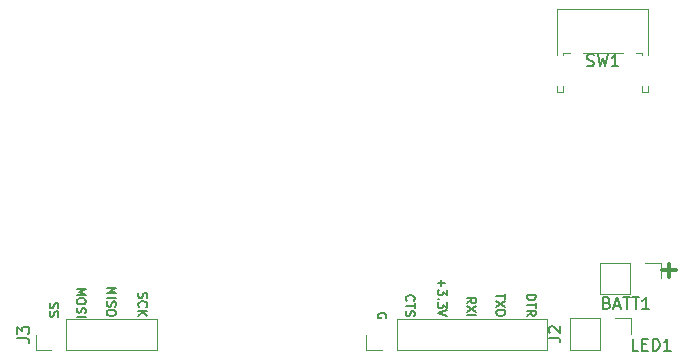
<source format=gbr>
G04 #@! TF.GenerationSoftware,KiCad,Pcbnew,(5.0.1)-4*
G04 #@! TF.CreationDate,2019-08-04T22:45:03+01:00*
G04 #@! TF.ProjectId,Bell-Boy,42656C6C2D426F792E6B696361645F70,rev?*
G04 #@! TF.SameCoordinates,Original*
G04 #@! TF.FileFunction,Legend,Top*
G04 #@! TF.FilePolarity,Positive*
%FSLAX46Y46*%
G04 Gerber Fmt 4.6, Leading zero omitted, Abs format (unit mm)*
G04 Created by KiCad (PCBNEW (5.0.1)-4) date 04/08/2019 22:45:03*
%MOMM*%
%LPD*%
G01*
G04 APERTURE LIST*
%ADD10C,0.187500*%
%ADD11C,0.300000*%
%ADD12C,0.120000*%
%ADD13C,0.150000*%
G04 APERTURE END LIST*
D10*
X65196428Y-74535714D02*
X65160714Y-74642857D01*
X65160714Y-74821428D01*
X65196428Y-74892857D01*
X65232142Y-74928571D01*
X65303571Y-74964285D01*
X65375000Y-74964285D01*
X65446428Y-74928571D01*
X65482142Y-74892857D01*
X65517857Y-74821428D01*
X65553571Y-74678571D01*
X65589285Y-74607142D01*
X65625000Y-74571428D01*
X65696428Y-74535714D01*
X65767857Y-74535714D01*
X65839285Y-74571428D01*
X65875000Y-74607142D01*
X65910714Y-74678571D01*
X65910714Y-74857142D01*
X65875000Y-74964285D01*
X65232142Y-75714285D02*
X65196428Y-75678571D01*
X65160714Y-75571428D01*
X65160714Y-75500000D01*
X65196428Y-75392857D01*
X65267857Y-75321428D01*
X65339285Y-75285714D01*
X65482142Y-75250000D01*
X65589285Y-75250000D01*
X65732142Y-75285714D01*
X65803571Y-75321428D01*
X65875000Y-75392857D01*
X65910714Y-75500000D01*
X65910714Y-75571428D01*
X65875000Y-75678571D01*
X65839285Y-75714285D01*
X65160714Y-76035714D02*
X65910714Y-76035714D01*
X65160714Y-76464285D02*
X65589285Y-76142857D01*
X65910714Y-76464285D02*
X65482142Y-76035714D01*
X62510714Y-74071428D02*
X63260714Y-74071428D01*
X62725000Y-74321428D01*
X63260714Y-74571428D01*
X62510714Y-74571428D01*
X62510714Y-74928571D02*
X63260714Y-74928571D01*
X62546428Y-75250000D02*
X62510714Y-75357142D01*
X62510714Y-75535714D01*
X62546428Y-75607142D01*
X62582142Y-75642857D01*
X62653571Y-75678571D01*
X62725000Y-75678571D01*
X62796428Y-75642857D01*
X62832142Y-75607142D01*
X62867857Y-75535714D01*
X62903571Y-75392857D01*
X62939285Y-75321428D01*
X62975000Y-75285714D01*
X63046428Y-75250000D01*
X63117857Y-75250000D01*
X63189285Y-75285714D01*
X63225000Y-75321428D01*
X63260714Y-75392857D01*
X63260714Y-75571428D01*
X63225000Y-75678571D01*
X63260714Y-76142857D02*
X63260714Y-76285714D01*
X63225000Y-76357142D01*
X63153571Y-76428571D01*
X63010714Y-76464285D01*
X62760714Y-76464285D01*
X62617857Y-76428571D01*
X62546428Y-76357142D01*
X62510714Y-76285714D01*
X62510714Y-76142857D01*
X62546428Y-76071428D01*
X62617857Y-76000000D01*
X62760714Y-75964285D01*
X63010714Y-75964285D01*
X63153571Y-76000000D01*
X63225000Y-76071428D01*
X63260714Y-76142857D01*
X59960714Y-74171428D02*
X60710714Y-74171428D01*
X60175000Y-74421428D01*
X60710714Y-74671428D01*
X59960714Y-74671428D01*
X60710714Y-75171428D02*
X60710714Y-75314285D01*
X60675000Y-75385714D01*
X60603571Y-75457142D01*
X60460714Y-75492857D01*
X60210714Y-75492857D01*
X60067857Y-75457142D01*
X59996428Y-75385714D01*
X59960714Y-75314285D01*
X59960714Y-75171428D01*
X59996428Y-75100000D01*
X60067857Y-75028571D01*
X60210714Y-74992857D01*
X60460714Y-74992857D01*
X60603571Y-75028571D01*
X60675000Y-75100000D01*
X60710714Y-75171428D01*
X59996428Y-75778571D02*
X59960714Y-75885714D01*
X59960714Y-76064285D01*
X59996428Y-76135714D01*
X60032142Y-76171428D01*
X60103571Y-76207142D01*
X60175000Y-76207142D01*
X60246428Y-76171428D01*
X60282142Y-76135714D01*
X60317857Y-76064285D01*
X60353571Y-75921428D01*
X60389285Y-75850000D01*
X60425000Y-75814285D01*
X60496428Y-75778571D01*
X60567857Y-75778571D01*
X60639285Y-75814285D01*
X60675000Y-75850000D01*
X60710714Y-75921428D01*
X60710714Y-76100000D01*
X60675000Y-76207142D01*
X59960714Y-76528571D02*
X60710714Y-76528571D01*
X58353571Y-76521428D02*
X58389285Y-76414285D01*
X58389285Y-76235714D01*
X58353571Y-76164285D01*
X58317857Y-76128571D01*
X58246428Y-76092857D01*
X58175000Y-76092857D01*
X58103571Y-76128571D01*
X58067857Y-76164285D01*
X58032142Y-76235714D01*
X57996428Y-76378571D01*
X57960714Y-76450000D01*
X57925000Y-76485714D01*
X57853571Y-76521428D01*
X57782142Y-76521428D01*
X57710714Y-76485714D01*
X57675000Y-76450000D01*
X57639285Y-76378571D01*
X57639285Y-76200000D01*
X57675000Y-76092857D01*
X58353571Y-75807142D02*
X58389285Y-75700000D01*
X58389285Y-75521428D01*
X58353571Y-75450000D01*
X58317857Y-75414285D01*
X58246428Y-75378571D01*
X58175000Y-75378571D01*
X58103571Y-75414285D01*
X58067857Y-75450000D01*
X58032142Y-75521428D01*
X57996428Y-75664285D01*
X57960714Y-75735714D01*
X57925000Y-75771428D01*
X57853571Y-75807142D01*
X57782142Y-75807142D01*
X57710714Y-75771428D01*
X57675000Y-75735714D01*
X57639285Y-75664285D01*
X57639285Y-75485714D01*
X57675000Y-75378571D01*
X98060714Y-74692857D02*
X98810714Y-74692857D01*
X98810714Y-74871428D01*
X98775000Y-74978571D01*
X98703571Y-75050000D01*
X98632142Y-75085714D01*
X98489285Y-75121428D01*
X98382142Y-75121428D01*
X98239285Y-75085714D01*
X98167857Y-75050000D01*
X98096428Y-74978571D01*
X98060714Y-74871428D01*
X98060714Y-74692857D01*
X98810714Y-75335714D02*
X98810714Y-75764285D01*
X98060714Y-75550000D02*
X98810714Y-75550000D01*
X98060714Y-76442857D02*
X98417857Y-76192857D01*
X98060714Y-76014285D02*
X98810714Y-76014285D01*
X98810714Y-76300000D01*
X98775000Y-76371428D01*
X98739285Y-76407142D01*
X98667857Y-76442857D01*
X98560714Y-76442857D01*
X98489285Y-76407142D01*
X98453571Y-76371428D01*
X98417857Y-76300000D01*
X98417857Y-76014285D01*
X96210714Y-74585714D02*
X96210714Y-75014285D01*
X95460714Y-74800000D02*
X96210714Y-74800000D01*
X96210714Y-75192857D02*
X95460714Y-75692857D01*
X96210714Y-75692857D02*
X95460714Y-75192857D01*
X96210714Y-76121428D02*
X96210714Y-76264285D01*
X96175000Y-76335714D01*
X96103571Y-76407142D01*
X95960714Y-76442857D01*
X95710714Y-76442857D01*
X95567857Y-76407142D01*
X95496428Y-76335714D01*
X95460714Y-76264285D01*
X95460714Y-76121428D01*
X95496428Y-76050000D01*
X95567857Y-75978571D01*
X95710714Y-75942857D01*
X95960714Y-75942857D01*
X96103571Y-75978571D01*
X96175000Y-76050000D01*
X96210714Y-76121428D01*
X92960714Y-75396428D02*
X93317857Y-75146428D01*
X92960714Y-74967857D02*
X93710714Y-74967857D01*
X93710714Y-75253571D01*
X93675000Y-75325000D01*
X93639285Y-75360714D01*
X93567857Y-75396428D01*
X93460714Y-75396428D01*
X93389285Y-75360714D01*
X93353571Y-75325000D01*
X93317857Y-75253571D01*
X93317857Y-74967857D01*
X93710714Y-75646428D02*
X92960714Y-76146428D01*
X93710714Y-76146428D02*
X92960714Y-75646428D01*
X92960714Y-76432142D02*
X93710714Y-76432142D01*
X90796428Y-73400000D02*
X90796428Y-73971428D01*
X90510714Y-73685714D02*
X91082142Y-73685714D01*
X91260714Y-74257142D02*
X91260714Y-74721428D01*
X90975000Y-74471428D01*
X90975000Y-74578571D01*
X90939285Y-74650000D01*
X90903571Y-74685714D01*
X90832142Y-74721428D01*
X90653571Y-74721428D01*
X90582142Y-74685714D01*
X90546428Y-74650000D01*
X90510714Y-74578571D01*
X90510714Y-74364285D01*
X90546428Y-74292857D01*
X90582142Y-74257142D01*
X90582142Y-75042857D02*
X90546428Y-75078571D01*
X90510714Y-75042857D01*
X90546428Y-75007142D01*
X90582142Y-75042857D01*
X90510714Y-75042857D01*
X91260714Y-75328571D02*
X91260714Y-75792857D01*
X90975000Y-75542857D01*
X90975000Y-75650000D01*
X90939285Y-75721428D01*
X90903571Y-75757142D01*
X90832142Y-75792857D01*
X90653571Y-75792857D01*
X90582142Y-75757142D01*
X90546428Y-75721428D01*
X90510714Y-75650000D01*
X90510714Y-75435714D01*
X90546428Y-75364285D01*
X90582142Y-75328571D01*
X91260714Y-76007142D02*
X90510714Y-76257142D01*
X91260714Y-76507142D01*
X87882142Y-75189285D02*
X87846428Y-75153571D01*
X87810714Y-75046428D01*
X87810714Y-74975000D01*
X87846428Y-74867857D01*
X87917857Y-74796428D01*
X87989285Y-74760714D01*
X88132142Y-74725000D01*
X88239285Y-74725000D01*
X88382142Y-74760714D01*
X88453571Y-74796428D01*
X88525000Y-74867857D01*
X88560714Y-74975000D01*
X88560714Y-75046428D01*
X88525000Y-75153571D01*
X88489285Y-75189285D01*
X88560714Y-75403571D02*
X88560714Y-75832142D01*
X87810714Y-75617857D02*
X88560714Y-75617857D01*
X87846428Y-76046428D02*
X87810714Y-76153571D01*
X87810714Y-76332142D01*
X87846428Y-76403571D01*
X87882142Y-76439285D01*
X87953571Y-76475000D01*
X88025000Y-76475000D01*
X88096428Y-76439285D01*
X88132142Y-76403571D01*
X88167857Y-76332142D01*
X88203571Y-76189285D01*
X88239285Y-76117857D01*
X88275000Y-76082142D01*
X88346428Y-76046428D01*
X88417857Y-76046428D01*
X88489285Y-76082142D01*
X88525000Y-76117857D01*
X88560714Y-76189285D01*
X88560714Y-76367857D01*
X88525000Y-76475000D01*
X86125000Y-76646428D02*
X86160714Y-76575000D01*
X86160714Y-76467857D01*
X86125000Y-76360714D01*
X86053571Y-76289285D01*
X85982142Y-76253571D01*
X85839285Y-76217857D01*
X85732142Y-76217857D01*
X85589285Y-76253571D01*
X85517857Y-76289285D01*
X85446428Y-76360714D01*
X85410714Y-76467857D01*
X85410714Y-76539285D01*
X85446428Y-76646428D01*
X85482142Y-76682142D01*
X85732142Y-76682142D01*
X85732142Y-76539285D01*
D11*
X109537571Y-72624142D02*
X110680428Y-72624142D01*
X110109000Y-73195571D02*
X110109000Y-72052714D01*
D12*
G04 #@! TO.C,LED1*
X101680000Y-76670000D02*
X101680000Y-79330000D01*
X104280000Y-76670000D02*
X101680000Y-76670000D01*
X104280000Y-79330000D02*
X101680000Y-79330000D01*
X104280000Y-76670000D02*
X104280000Y-79330000D01*
X105550000Y-76670000D02*
X106880000Y-76670000D01*
X106880000Y-76670000D02*
X106880000Y-78000000D01*
G04 #@! TO.C,BATT1*
X104207000Y-71949000D02*
X104207000Y-74609000D01*
X106807000Y-71949000D02*
X104207000Y-71949000D01*
X106807000Y-74609000D02*
X104207000Y-74609000D01*
X106807000Y-71949000D02*
X106807000Y-74609000D01*
X108077000Y-71949000D02*
X109407000Y-71949000D01*
X109407000Y-71949000D02*
X109407000Y-73279000D01*
G04 #@! TO.C,SW1*
X101130000Y-54170000D02*
X101130000Y-54400000D01*
X100610000Y-50500000D02*
X108330000Y-50500000D01*
X108330000Y-50500000D02*
X108330000Y-54400000D01*
X100610000Y-57510000D02*
X101130000Y-57510000D01*
X100610000Y-50500000D02*
X100610000Y-54400000D01*
X107810000Y-54170000D02*
X107810000Y-54400000D01*
X101130000Y-57000000D02*
X101130000Y-57510000D01*
X100610000Y-57000000D02*
X100610000Y-57510000D01*
X107270000Y-54170000D02*
X107810000Y-54170000D01*
X107810000Y-57000000D02*
X107810000Y-57510000D01*
X107810000Y-57510000D02*
X108330000Y-57510000D01*
X108330000Y-57000000D02*
X108330000Y-57510000D01*
X101130000Y-54170000D02*
X101670000Y-54170000D01*
X102770000Y-54170000D02*
X106170000Y-54170000D01*
G04 #@! TO.C,J2*
X99780000Y-79380000D02*
X99780000Y-76720000D01*
X87020000Y-79380000D02*
X99780000Y-79380000D01*
X87020000Y-76720000D02*
X99780000Y-76720000D01*
X87020000Y-79380000D02*
X87020000Y-76720000D01*
X85750000Y-79380000D02*
X84420000Y-79380000D01*
X84420000Y-79380000D02*
X84420000Y-78050000D01*
G04 #@! TO.C,J3*
X66750000Y-79380000D02*
X66750000Y-76720000D01*
X59070000Y-79380000D02*
X66750000Y-79380000D01*
X59070000Y-76720000D02*
X66750000Y-76720000D01*
X59070000Y-79380000D02*
X59070000Y-76720000D01*
X57800000Y-79380000D02*
X56470000Y-79380000D01*
X56470000Y-79380000D02*
X56470000Y-78050000D01*
G04 #@! TO.C,*
D13*
G04 #@! TO.C,LED1*
X107480952Y-79402380D02*
X107004761Y-79402380D01*
X107004761Y-78402380D01*
X107814285Y-78878571D02*
X108147619Y-78878571D01*
X108290476Y-79402380D02*
X107814285Y-79402380D01*
X107814285Y-78402380D01*
X108290476Y-78402380D01*
X108719047Y-79402380D02*
X108719047Y-78402380D01*
X108957142Y-78402380D01*
X109100000Y-78450000D01*
X109195238Y-78545238D01*
X109242857Y-78640476D01*
X109290476Y-78830952D01*
X109290476Y-78973809D01*
X109242857Y-79164285D01*
X109195238Y-79259523D01*
X109100000Y-79354761D01*
X108957142Y-79402380D01*
X108719047Y-79402380D01*
X110242857Y-79402380D02*
X109671428Y-79402380D01*
X109957142Y-79402380D02*
X109957142Y-78402380D01*
X109861904Y-78545238D01*
X109766666Y-78640476D01*
X109671428Y-78688095D01*
G04 #@! TO.C,BATT1*
X104830761Y-75366571D02*
X104973619Y-75414190D01*
X105021238Y-75461809D01*
X105068857Y-75557047D01*
X105068857Y-75699904D01*
X105021238Y-75795142D01*
X104973619Y-75842761D01*
X104878380Y-75890380D01*
X104497428Y-75890380D01*
X104497428Y-74890380D01*
X104830761Y-74890380D01*
X104926000Y-74938000D01*
X104973619Y-74985619D01*
X105021238Y-75080857D01*
X105021238Y-75176095D01*
X104973619Y-75271333D01*
X104926000Y-75318952D01*
X104830761Y-75366571D01*
X104497428Y-75366571D01*
X105449809Y-75604666D02*
X105926000Y-75604666D01*
X105354571Y-75890380D02*
X105687904Y-74890380D01*
X106021238Y-75890380D01*
X106211714Y-74890380D02*
X106783142Y-74890380D01*
X106497428Y-75890380D02*
X106497428Y-74890380D01*
X106973619Y-74890380D02*
X107545047Y-74890380D01*
X107259333Y-75890380D02*
X107259333Y-74890380D01*
X108402190Y-75890380D02*
X107830761Y-75890380D01*
X108116476Y-75890380D02*
X108116476Y-74890380D01*
X108021238Y-75033238D01*
X107926000Y-75128476D01*
X107830761Y-75176095D01*
G04 #@! TO.C,SW1*
X103136666Y-55284761D02*
X103279523Y-55332380D01*
X103517619Y-55332380D01*
X103612857Y-55284761D01*
X103660476Y-55237142D01*
X103708095Y-55141904D01*
X103708095Y-55046666D01*
X103660476Y-54951428D01*
X103612857Y-54903809D01*
X103517619Y-54856190D01*
X103327142Y-54808571D01*
X103231904Y-54760952D01*
X103184285Y-54713333D01*
X103136666Y-54618095D01*
X103136666Y-54522857D01*
X103184285Y-54427619D01*
X103231904Y-54380000D01*
X103327142Y-54332380D01*
X103565238Y-54332380D01*
X103708095Y-54380000D01*
X104041428Y-54332380D02*
X104279523Y-55332380D01*
X104470000Y-54618095D01*
X104660476Y-55332380D01*
X104898571Y-54332380D01*
X105803333Y-55332380D02*
X105231904Y-55332380D01*
X105517619Y-55332380D02*
X105517619Y-54332380D01*
X105422380Y-54475238D01*
X105327142Y-54570476D01*
X105231904Y-54618095D01*
G04 #@! TO.C,J2*
X99902380Y-78333333D02*
X100616666Y-78333333D01*
X100759523Y-78380952D01*
X100854761Y-78476190D01*
X100902380Y-78619047D01*
X100902380Y-78714285D01*
X99997619Y-77904761D02*
X99950000Y-77857142D01*
X99902380Y-77761904D01*
X99902380Y-77523809D01*
X99950000Y-77428571D01*
X99997619Y-77380952D01*
X100092857Y-77333333D01*
X100188095Y-77333333D01*
X100330952Y-77380952D01*
X100902380Y-77952380D01*
X100902380Y-77333333D01*
G04 #@! TO.C,J3*
X54922380Y-78383333D02*
X55636666Y-78383333D01*
X55779523Y-78430952D01*
X55874761Y-78526190D01*
X55922380Y-78669047D01*
X55922380Y-78764285D01*
X54922380Y-78002380D02*
X54922380Y-77383333D01*
X55303333Y-77716666D01*
X55303333Y-77573809D01*
X55350952Y-77478571D01*
X55398571Y-77430952D01*
X55493809Y-77383333D01*
X55731904Y-77383333D01*
X55827142Y-77430952D01*
X55874761Y-77478571D01*
X55922380Y-77573809D01*
X55922380Y-77859523D01*
X55874761Y-77954761D01*
X55827142Y-78002380D01*
G04 #@! TD*
M02*

</source>
